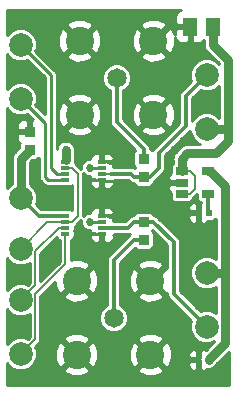
<source format=gbr>
G04 #@! TF.GenerationSoftware,KiCad,Pcbnew,5.0.2-bee76a0~70~ubuntu16.04.1*
G04 #@! TF.CreationDate,2019-01-24T21:22:35-05:00*
G04 #@! TF.ProjectId,pcb,7063622e-6b69-4636-9164-5f7063625858,v01*
G04 #@! TF.SameCoordinates,Original*
G04 #@! TF.FileFunction,Copper,L1,Top*
G04 #@! TF.FilePolarity,Positive*
%FSLAX46Y46*%
G04 Gerber Fmt 4.6, Leading zero omitted, Abs format (unit mm)*
G04 Created by KiCad (PCBNEW 5.0.2-bee76a0~70~ubuntu16.04.1) date Thu 24 Jan 2019 09:22:35 PM EST*
%MOMM*%
%LPD*%
G01*
G04 APERTURE LIST*
G04 #@! TA.AperFunction,ComponentPad*
%ADD10C,1.650000*%
G04 #@! TD*
G04 #@! TA.AperFunction,ComponentPad*
%ADD11C,2.400000*%
G04 #@! TD*
G04 #@! TA.AperFunction,ComponentPad*
%ADD12C,1.998980*%
G04 #@! TD*
G04 #@! TA.AperFunction,SMDPad,CuDef*
%ADD13R,0.800000X0.300000*%
G04 #@! TD*
G04 #@! TA.AperFunction,SMDPad,CuDef*
%ADD14R,1.060000X0.650000*%
G04 #@! TD*
G04 #@! TA.AperFunction,SMDPad,CuDef*
%ADD15R,0.930000X0.930000*%
G04 #@! TD*
G04 #@! TA.AperFunction,SMDPad,CuDef*
%ADD16R,1.300000X1.500000*%
G04 #@! TD*
G04 #@! TA.AperFunction,SMDPad,CuDef*
%ADD17R,0.540000X0.600000*%
G04 #@! TD*
G04 #@! TA.AperFunction,ViaPad*
%ADD18C,0.685800*%
G04 #@! TD*
G04 #@! TA.AperFunction,Conductor*
%ADD19C,0.355600*%
G04 #@! TD*
G04 #@! TA.AperFunction,Conductor*
%ADD20C,0.152400*%
G04 #@! TD*
G04 #@! TA.AperFunction,Conductor*
%ADD21C,0.254000*%
G04 #@! TD*
G04 #@! TA.AperFunction,Conductor*
%ADD22C,0.762000*%
G04 #@! TD*
G04 APERTURE END LIST*
D10*
G04 #@! TO.P,IN1,1*
G04 #@! TO.N,Net-(C1-Pad1)*
X108966000Y-106680000D03*
D11*
G04 #@! TO.P,IN1,2*
G04 #@! TO.N,GND*
X105836000Y-103550000D03*
G04 #@! TO.P,IN1,3*
X112096000Y-103550000D03*
G04 #@! TO.P,IN1,4*
X112096000Y-109810000D03*
G04 #@! TO.P,IN1,5*
X105836000Y-109810000D03*
G04 #@! TD*
G04 #@! TO.P,IN2,5*
G04 #@! TO.N,GND*
X106090000Y-89490000D03*
G04 #@! TO.P,IN2,4*
X112350000Y-89490000D03*
G04 #@! TO.P,IN2,3*
X112350000Y-83230000D03*
G04 #@! TO.P,IN2,2*
X106090000Y-83230000D03*
D10*
G04 #@! TO.P,IN2,1*
G04 #@! TO.N,Net-(C2-Pad1)*
X109220000Y-86360000D03*
G04 #@! TD*
D12*
G04 #@! TO.P,RF1,1*
G04 #@! TO.N,Net-(C1-Pad2)*
X116840000Y-107442000D03*
G04 #@! TD*
G04 #@! TO.P,RF2,1*
G04 #@! TO.N,Net-(C2-Pad2)*
X116840000Y-86106000D03*
G04 #@! TD*
G04 #@! TO.P,SDO1,1*
G04 #@! TO.N,Net-(J5-Pad1)*
X101092000Y-105156000D03*
G04 #@! TD*
G04 #@! TO.P,~CS1,1*
G04 #@! TO.N,Net-(J6-Pad1)*
X101092000Y-109728000D03*
G04 #@! TD*
G04 #@! TO.P,SDO2,1*
G04 #@! TO.N,Net-(J7-Pad1)*
X101092000Y-83566000D03*
G04 #@! TD*
G04 #@! TO.P,~CS2,1*
G04 #@! TO.N,Net-(J8-Pad1)*
X101092000Y-88138000D03*
G04 #@! TD*
G04 #@! TO.P,SCLK,1*
G04 #@! TO.N,Net-(J9-Pad1)*
X101092000Y-100838000D03*
G04 #@! TD*
D13*
G04 #@! TO.P,U1,1*
G04 #@! TO.N,VDD*
X104876000Y-98056000D03*
G04 #@! TO.P,U1,2*
G04 #@! TO.N,Net-(J9-Pad1)*
X104876000Y-98556000D03*
G04 #@! TO.P,U1,3*
G04 #@! TO.N,Net-(J5-Pad1)*
X104876000Y-99056000D03*
G04 #@! TO.P,U1,4*
G04 #@! TO.N,Net-(J6-Pad1)*
X104876000Y-99556000D03*
G04 #@! TO.P,U1,5*
G04 #@! TO.N,GND*
X107976000Y-99556000D03*
G04 #@! TO.P,U1,6*
G04 #@! TO.N,Net-(C1-Pad2)*
X107976000Y-99056000D03*
G04 #@! TO.P,U1,7*
G04 #@! TO.N,VAA*
X107976000Y-98556000D03*
G04 #@! TO.P,U1,8*
G04 #@! TO.N,GND*
X107976000Y-98056000D03*
G04 #@! TD*
G04 #@! TO.P,U2,8*
G04 #@! TO.N,GND*
X107976000Y-93484000D03*
G04 #@! TO.P,U2,7*
G04 #@! TO.N,VAA*
X107976000Y-93984000D03*
G04 #@! TO.P,U2,6*
G04 #@! TO.N,Net-(C2-Pad2)*
X107976000Y-94484000D03*
G04 #@! TO.P,U2,5*
G04 #@! TO.N,GND*
X107976000Y-94984000D03*
G04 #@! TO.P,U2,4*
G04 #@! TO.N,Net-(J8-Pad1)*
X104876000Y-94984000D03*
G04 #@! TO.P,U2,3*
G04 #@! TO.N,Net-(J7-Pad1)*
X104876000Y-94484000D03*
G04 #@! TO.P,U2,2*
G04 #@! TO.N,Net-(J9-Pad1)*
X104876000Y-93984000D03*
G04 #@! TO.P,U2,1*
G04 #@! TO.N,VDD*
X104876000Y-93484000D03*
G04 #@! TD*
D14*
G04 #@! TO.P,U3,1*
G04 #@! TO.N,Net-(C3-Pad1)*
X114724000Y-94300000D03*
G04 #@! TO.P,U3,2*
G04 #@! TO.N,GND*
X114724000Y-95250000D03*
G04 #@! TO.P,U3,3*
G04 #@! TO.N,Net-(C3-Pad1)*
X114724000Y-96200000D03*
G04 #@! TO.P,U3,4*
G04 #@! TO.N,Net-(C5-Pad1)*
X116924000Y-96200000D03*
G04 #@! TO.P,U3,5*
G04 #@! TO.N,VAA*
X116924000Y-94300000D03*
G04 #@! TD*
D15*
G04 #@! TO.P,C1,2*
G04 #@! TO.N,Net-(C1-Pad2)*
X111506000Y-98564000D03*
G04 #@! TO.P,C1,1*
G04 #@! TO.N,Net-(C1-Pad1)*
X111506000Y-100064000D03*
G04 #@! TD*
G04 #@! TO.P,C2,1*
G04 #@! TO.N,Net-(C2-Pad1)*
X111506000Y-93230000D03*
G04 #@! TO.P,C2,2*
G04 #@! TO.N,Net-(C2-Pad2)*
X111506000Y-94730000D03*
G04 #@! TD*
D16*
G04 #@! TO.P,C3,1*
G04 #@! TO.N,Net-(C3-Pad1)*
X117348000Y-82042000D03*
G04 #@! TO.P,C3,2*
G04 #@! TO.N,GND*
X115448000Y-82042000D03*
G04 #@! TD*
D15*
G04 #@! TO.P,C4,1*
G04 #@! TO.N,VDD*
X101854000Y-92444000D03*
G04 #@! TO.P,C4,2*
G04 #@! TO.N,GND*
X101854000Y-90944000D03*
G04 #@! TD*
D17*
G04 #@! TO.P,C5,1*
G04 #@! TO.N,Net-(C5-Pad1)*
X117016000Y-97790000D03*
G04 #@! TO.P,C5,2*
G04 #@! TO.N,GND*
X116156000Y-97790000D03*
G04 #@! TD*
G04 #@! TO.P,C6,1*
G04 #@! TO.N,VAA*
X117016000Y-110236000D03*
G04 #@! TO.P,C6,2*
G04 #@! TO.N,GND*
X116156000Y-110236000D03*
G04 #@! TD*
D12*
G04 #@! TO.P,AVIN,1*
G04 #@! TO.N,Net-(C3-Pad1)*
X116840000Y-90678000D03*
G04 #@! TD*
G04 #@! TO.P,DVDD,1*
G04 #@! TO.N,VDD*
X101092000Y-96520000D03*
G04 #@! TD*
G04 #@! TO.P,AVOUT,1*
G04 #@! TO.N,VAA*
X116840000Y-102870000D03*
G04 #@! TD*
D18*
G04 #@! TO.N,GND*
X110236000Y-88392000D03*
X108204000Y-88646000D03*
X110236000Y-89662000D03*
X108458000Y-90678000D03*
X109220000Y-91440000D03*
X112014000Y-91694000D03*
X108204000Y-89662000D03*
X108204000Y-87630000D03*
X109982000Y-92202000D03*
X110236000Y-93472000D03*
X109220000Y-93472000D03*
X112776000Y-100330000D03*
X113030000Y-101092000D03*
X113284000Y-102108000D03*
X114808000Y-99822000D03*
X115062000Y-101092000D03*
X115062000Y-102362000D03*
X115062000Y-103632000D03*
X115316000Y-104648000D03*
X116078000Y-105664000D03*
X115062000Y-107188000D03*
X114300000Y-106172000D03*
X113538000Y-105410000D03*
X113538000Y-93726000D03*
X114046000Y-92456000D03*
X114300000Y-90170000D03*
X114300000Y-88900000D03*
X114300000Y-87630000D03*
X115062000Y-86868000D03*
X116078000Y-88138000D03*
X115824000Y-89154000D03*
X114808000Y-91694000D03*
X115062000Y-97790000D03*
X113284000Y-95250000D03*
X109982000Y-101854000D03*
X109474000Y-100076000D03*
X108458000Y-100838000D03*
X108204000Y-102108000D03*
X108204000Y-103378000D03*
X108204000Y-104648000D03*
X109982000Y-105156000D03*
X109982000Y-103886000D03*
X109982000Y-102870000D03*
G04 #@! TO.N,VDD*
X104902000Y-92456000D03*
G04 #@! TO.N,GND*
X100330000Y-90932000D03*
X104140000Y-101346000D03*
X103886000Y-102108000D03*
X103124000Y-102870000D03*
X103124000Y-102108000D03*
X101600000Y-102616000D03*
X105156000Y-96012000D03*
X105156000Y-97028000D03*
X103124000Y-95758000D03*
X102362000Y-94742000D03*
X101600000Y-85598000D03*
X102616000Y-86360000D03*
X102870000Y-87630000D03*
X102870000Y-88900000D03*
X104648000Y-87376000D03*
X104648000Y-85852000D03*
X103886000Y-84836000D03*
X103124000Y-84074000D03*
X103378000Y-104902000D03*
X103378000Y-106172000D03*
X103378000Y-107442000D03*
X101600000Y-106934000D03*
X101600000Y-107950000D03*
X103378000Y-108712000D03*
X103124000Y-101346000D03*
X103886000Y-100584000D03*
X101600000Y-103378000D03*
G04 #@! TO.N,VAA*
X106934000Y-98552000D03*
X106934000Y-93980000D03*
G04 #@! TO.N,VDD*
X101092000Y-93980000D03*
G04 #@! TD*
D19*
G04 #@! TO.N,Net-(C1-Pad1)*
X110685400Y-100064000D02*
X111506000Y-100064000D01*
X108966000Y-101783400D02*
X110685400Y-100064000D01*
X108966000Y-106680000D02*
X108966000Y-101783400D01*
D20*
G04 #@! TO.N,GND*
X113194000Y-88646000D02*
X112350000Y-89490000D01*
D21*
X108115000Y-95123000D02*
X107976000Y-94984000D01*
X109156500Y-95123000D02*
X108115000Y-95123000D01*
X107976000Y-98056000D02*
X107976000Y-94984000D01*
D19*
G04 #@! TO.N,Net-(C2-Pad1)*
X109220000Y-87526726D02*
X109220000Y-86360000D01*
X109220000Y-90123400D02*
X109220000Y-87526726D01*
X111506000Y-92409400D02*
X109220000Y-90123400D01*
X111506000Y-93230000D02*
X111506000Y-92409400D01*
D22*
G04 #@! TO.N,VAA*
X117016000Y-110206000D02*
X117016000Y-110236000D01*
X118372891Y-108849109D02*
X117016000Y-110206000D01*
X117129000Y-94300000D02*
X116924000Y-94300000D01*
X118372891Y-95543891D02*
X117129000Y-94300000D01*
X118372891Y-102870000D02*
X116840000Y-102870000D01*
X118372891Y-108849109D02*
X118372891Y-102870000D01*
X118372891Y-102870000D02*
X118372891Y-95543891D01*
D21*
X106938000Y-98556000D02*
X106934000Y-98552000D01*
X107976000Y-98556000D02*
X106938000Y-98556000D01*
X106938000Y-93984000D02*
X106934000Y-93980000D01*
X107976000Y-93984000D02*
X106938000Y-93984000D01*
D20*
G04 #@! TO.N,Net-(J5-Pad1)*
X102091489Y-104156511D02*
X101092000Y-105156000D01*
X102320091Y-103927909D02*
X102091489Y-104156511D01*
X102320091Y-101059509D02*
X102320091Y-103927909D01*
X104323600Y-99056000D02*
X102320091Y-101059509D01*
X104876000Y-99056000D02*
X104323600Y-99056000D01*
G04 #@! TO.N,Net-(J6-Pad1)*
X102091489Y-108728511D02*
X101092000Y-109728000D01*
X102320091Y-104689909D02*
X102320091Y-108499909D01*
X102320091Y-108499909D02*
X102091489Y-108728511D01*
X104876000Y-102134000D02*
X102320091Y-104689909D01*
X104876000Y-99556000D02*
X104876000Y-102134000D01*
D21*
G04 #@! TO.N,Net-(J7-Pad1)*
X104876000Y-94484000D02*
X104144000Y-94484000D01*
X104144000Y-94484000D02*
X103632000Y-93972000D01*
X103632000Y-86106000D02*
X101092000Y-83566000D01*
X103632000Y-93972000D02*
X103632000Y-86106000D01*
D22*
G04 #@! TO.N,VDD*
X101092000Y-93206000D02*
X101854000Y-92444000D01*
X101092000Y-96520000D02*
X101092000Y-93980000D01*
X101092000Y-93980000D02*
X101092000Y-93206000D01*
X104902000Y-92456000D02*
X104902000Y-93300599D01*
D19*
X102628000Y-98056000D02*
X101092000Y-96520000D01*
X104876000Y-98056000D02*
X102628000Y-98056000D01*
G04 #@! TO.N,Net-(C1-Pad2)*
X110685400Y-98564000D02*
X110193400Y-99056000D01*
X108731600Y-99056000D02*
X107976000Y-99056000D01*
X110193400Y-99056000D02*
X108731600Y-99056000D01*
X111506000Y-98564000D02*
X110685400Y-98564000D01*
X112326600Y-98564000D02*
X111506000Y-98564000D01*
X114046000Y-100283400D02*
X112326600Y-98564000D01*
X114046000Y-104648000D02*
X116840000Y-107442000D01*
X114046000Y-100283400D02*
X114046000Y-104648000D01*
G04 #@! TO.N,Net-(C2-Pad2)*
X110439400Y-94484000D02*
X108731600Y-94484000D01*
X110685400Y-94730000D02*
X110439400Y-94484000D01*
X111506000Y-94730000D02*
X110685400Y-94730000D01*
X112026000Y-94730000D02*
X111506000Y-94730000D01*
X112776000Y-93980000D02*
X112026000Y-94730000D01*
X116840000Y-86106000D02*
X115062000Y-87884000D01*
X115062000Y-87884000D02*
X115062000Y-90424000D01*
X115062000Y-90424000D02*
X112776000Y-92710000D01*
X112776000Y-92710000D02*
X112776000Y-93980000D01*
D20*
X108731600Y-94484000D02*
X107976000Y-94484000D01*
D22*
G04 #@! TO.N,Net-(C3-Pad1)*
X115227000Y-92710000D02*
X114724000Y-93213000D01*
X117602000Y-92710000D02*
X115227000Y-92710000D01*
X114724000Y-93213000D02*
X114724000Y-94300000D01*
X117348000Y-82042000D02*
X117348000Y-83554000D01*
X117348000Y-83554000D02*
X118618000Y-84824000D01*
X118618000Y-91694000D02*
X117602000Y-92710000D01*
X116840000Y-90678000D02*
X118618000Y-90678000D01*
X118618000Y-90678000D02*
X118618000Y-91694000D01*
X118618000Y-84824000D02*
X118618000Y-90678000D01*
D20*
X115406400Y-94300000D02*
X114724000Y-94300000D01*
X114724000Y-96200000D02*
X115406400Y-96200000D01*
X115824000Y-95782400D02*
X115824000Y-94717600D01*
X115406400Y-96200000D02*
X115824000Y-95782400D01*
X115824000Y-94717600D02*
X115406400Y-94300000D01*
D19*
G04 #@! TO.N,Net-(C5-Pad1)*
X116924000Y-97698000D02*
X117016000Y-97790000D01*
X116924000Y-96200000D02*
X116924000Y-97698000D01*
D21*
G04 #@! TO.N,Net-(J8-Pad1)*
X104069250Y-94984000D02*
X104057250Y-94996000D01*
X104876000Y-94984000D02*
X104069250Y-94984000D01*
X104057250Y-94996000D02*
X103378000Y-94996000D01*
X103378000Y-94996000D02*
X103124000Y-94742000D01*
X103124000Y-90170000D02*
X101092000Y-88138000D01*
X103124000Y-94742000D02*
X103124000Y-90170000D01*
D20*
G04 #@! TO.N,Net-(J9-Pad1)*
X103374000Y-98556000D02*
X101092000Y-100838000D01*
X104876000Y-98556000D02*
X103374000Y-98556000D01*
X104876000Y-98556000D02*
X105428400Y-98556000D01*
X105428400Y-98556000D02*
X105918000Y-98066400D01*
X105918000Y-98066400D02*
X105918000Y-94473600D01*
X105428400Y-93984000D02*
X104876000Y-93984000D01*
X105918000Y-94473600D02*
X105428400Y-93984000D01*
G04 #@! TD*
D21*
G04 #@! TO.N,GND*
G36*
X106210100Y-98695993D02*
X106320307Y-98962056D01*
X106523944Y-99165693D01*
X106790007Y-99275900D01*
X106942570Y-99275900D01*
X106941000Y-99279691D01*
X106941000Y-99322250D01*
X107099750Y-99481000D01*
X107301784Y-99481000D01*
X107427341Y-99564894D01*
X107576000Y-99594464D01*
X107818728Y-99594464D01*
X107920965Y-99614800D01*
X108123000Y-99614800D01*
X108123000Y-99631000D01*
X108103000Y-99631000D01*
X108103000Y-100182250D01*
X108261750Y-100341000D01*
X108502310Y-100341000D01*
X108735699Y-100244327D01*
X108914327Y-100065698D01*
X109011000Y-99832309D01*
X109011000Y-99789750D01*
X108904252Y-99683002D01*
X109011000Y-99683002D01*
X109011000Y-99614800D01*
X110138365Y-99614800D01*
X110193400Y-99625747D01*
X110248435Y-99614800D01*
X110395702Y-99585507D01*
X110375509Y-99599000D01*
X110282528Y-99661128D01*
X110251354Y-99707783D01*
X108609787Y-101349352D01*
X108563129Y-101380528D01*
X108531954Y-101427185D01*
X108439622Y-101565368D01*
X108396253Y-101783400D01*
X108407201Y-101838440D01*
X108407200Y-105606098D01*
X108282856Y-105657603D01*
X107943603Y-105996856D01*
X107760000Y-106440112D01*
X107760000Y-106919888D01*
X107943603Y-107363144D01*
X108282856Y-107702397D01*
X108726112Y-107886000D01*
X109205888Y-107886000D01*
X109649144Y-107702397D01*
X109988397Y-107363144D01*
X110172000Y-106919888D01*
X110172000Y-106440112D01*
X109988397Y-105996856D01*
X109649144Y-105657603D01*
X109524800Y-105606098D01*
X109524800Y-104847175D01*
X110978430Y-104847175D01*
X111101565Y-105134788D01*
X111783734Y-105394707D01*
X112513443Y-105373786D01*
X113090435Y-105134788D01*
X113213570Y-104847175D01*
X112096000Y-103729605D01*
X110978430Y-104847175D01*
X109524800Y-104847175D01*
X109524800Y-103237734D01*
X110251293Y-103237734D01*
X110272214Y-103967443D01*
X110511212Y-104544435D01*
X110798825Y-104667570D01*
X111916395Y-103550000D01*
X110798825Y-102432430D01*
X110511212Y-102555565D01*
X110251293Y-103237734D01*
X109524800Y-103237734D01*
X109524800Y-102252825D01*
X110978430Y-102252825D01*
X112096000Y-103370395D01*
X113213570Y-102252825D01*
X113090435Y-101965212D01*
X112408266Y-101705293D01*
X111678557Y-101726214D01*
X111101565Y-101965212D01*
X110978430Y-102252825D01*
X109524800Y-102252825D01*
X109524800Y-102014861D01*
X110754163Y-100785500D01*
X110766314Y-100803686D01*
X110892341Y-100887894D01*
X111041000Y-100917464D01*
X111971000Y-100917464D01*
X112119659Y-100887894D01*
X112245686Y-100803686D01*
X112329894Y-100677659D01*
X112359464Y-100529000D01*
X112359464Y-99599000D01*
X112329894Y-99450341D01*
X112245686Y-99324314D01*
X112230250Y-99314000D01*
X112245686Y-99303686D01*
X112257838Y-99285499D01*
X113487200Y-100514863D01*
X113487201Y-102472685D01*
X113393175Y-102432430D01*
X112275605Y-103550000D01*
X113393175Y-104667570D01*
X113479731Y-104630513D01*
X113476253Y-104648000D01*
X113519622Y-104866032D01*
X113564944Y-104933861D01*
X113643129Y-105050872D01*
X113689787Y-105082048D01*
X115551956Y-106944219D01*
X115459510Y-107167404D01*
X115459510Y-107716596D01*
X115669677Y-108223985D01*
X116058015Y-108612323D01*
X116565404Y-108822490D01*
X117114596Y-108822490D01*
X117468450Y-108675919D01*
X116758120Y-109386250D01*
X116552310Y-109301000D01*
X116441750Y-109301000D01*
X116283000Y-109459750D01*
X116283000Y-109985160D01*
X116254000Y-110130953D01*
X116254000Y-110130957D01*
X116239073Y-110206000D01*
X116254000Y-110281043D01*
X116254000Y-110311048D01*
X116283000Y-110456841D01*
X116283000Y-111012250D01*
X116441750Y-111171000D01*
X116552310Y-111171000D01*
X116785699Y-111074327D01*
X116875120Y-110984905D01*
X117016000Y-111012928D01*
X117313317Y-110953788D01*
X117387385Y-110904297D01*
X117434659Y-110894894D01*
X117560686Y-110810686D01*
X117644894Y-110684659D01*
X117650078Y-110658598D01*
X117668292Y-110631338D01*
X118732301Y-109567330D01*
X118732301Y-112382300D01*
X99961700Y-112382300D01*
X99961700Y-110550008D01*
X100310015Y-110898323D01*
X100817404Y-111108490D01*
X101366596Y-111108490D01*
X101369770Y-111107175D01*
X104718430Y-111107175D01*
X104841565Y-111394788D01*
X105523734Y-111654707D01*
X106253443Y-111633786D01*
X106830435Y-111394788D01*
X106953570Y-111107175D01*
X110978430Y-111107175D01*
X111101565Y-111394788D01*
X111783734Y-111654707D01*
X112513443Y-111633786D01*
X113090435Y-111394788D01*
X113213570Y-111107175D01*
X112096000Y-109989605D01*
X110978430Y-111107175D01*
X106953570Y-111107175D01*
X105836000Y-109989605D01*
X104718430Y-111107175D01*
X101369770Y-111107175D01*
X101873985Y-110898323D01*
X102262323Y-110509985D01*
X102472490Y-110002596D01*
X102472490Y-109497734D01*
X103991293Y-109497734D01*
X104012214Y-110227443D01*
X104251212Y-110804435D01*
X104538825Y-110927570D01*
X105656395Y-109810000D01*
X106015605Y-109810000D01*
X107133175Y-110927570D01*
X107420788Y-110804435D01*
X107680707Y-110122266D01*
X107662802Y-109497734D01*
X110251293Y-109497734D01*
X110272214Y-110227443D01*
X110511212Y-110804435D01*
X110798825Y-110927570D01*
X111916395Y-109810000D01*
X112275605Y-109810000D01*
X113393175Y-110927570D01*
X113680788Y-110804435D01*
X113788496Y-110521750D01*
X115251000Y-110521750D01*
X115251000Y-110662309D01*
X115347673Y-110895698D01*
X115526301Y-111074327D01*
X115759690Y-111171000D01*
X115870250Y-111171000D01*
X116029000Y-111012250D01*
X116029000Y-110363000D01*
X115409750Y-110363000D01*
X115251000Y-110521750D01*
X113788496Y-110521750D01*
X113940707Y-110122266D01*
X113931746Y-109809691D01*
X115251000Y-109809691D01*
X115251000Y-109950250D01*
X115409750Y-110109000D01*
X116029000Y-110109000D01*
X116029000Y-109459750D01*
X115870250Y-109301000D01*
X115759690Y-109301000D01*
X115526301Y-109397673D01*
X115347673Y-109576302D01*
X115251000Y-109809691D01*
X113931746Y-109809691D01*
X113919786Y-109392557D01*
X113680788Y-108815565D01*
X113393175Y-108692430D01*
X112275605Y-109810000D01*
X111916395Y-109810000D01*
X110798825Y-108692430D01*
X110511212Y-108815565D01*
X110251293Y-109497734D01*
X107662802Y-109497734D01*
X107659786Y-109392557D01*
X107420788Y-108815565D01*
X107133175Y-108692430D01*
X106015605Y-109810000D01*
X105656395Y-109810000D01*
X104538825Y-108692430D01*
X104251212Y-108815565D01*
X103991293Y-109497734D01*
X102472490Y-109497734D01*
X102472490Y-109453404D01*
X102337960Y-109128619D01*
X102446619Y-109019960D01*
X102446621Y-109019957D01*
X102611537Y-108855041D01*
X102649714Y-108829532D01*
X102750764Y-108678300D01*
X102777291Y-108544939D01*
X102783678Y-108512825D01*
X104718430Y-108512825D01*
X105836000Y-109630395D01*
X106953570Y-108512825D01*
X110978430Y-108512825D01*
X112096000Y-109630395D01*
X113213570Y-108512825D01*
X113090435Y-108225212D01*
X112408266Y-107965293D01*
X111678557Y-107986214D01*
X111101565Y-108225212D01*
X110978430Y-108512825D01*
X106953570Y-108512825D01*
X106830435Y-108225212D01*
X106148266Y-107965293D01*
X105418557Y-107986214D01*
X104841565Y-108225212D01*
X104718430Y-108512825D01*
X102783678Y-108512825D01*
X102786248Y-108499910D01*
X102777291Y-108454880D01*
X102777291Y-104879287D01*
X102809403Y-104847175D01*
X104718430Y-104847175D01*
X104841565Y-105134788D01*
X105523734Y-105394707D01*
X106253443Y-105373786D01*
X106830435Y-105134788D01*
X106953570Y-104847175D01*
X105836000Y-103729605D01*
X104718430Y-104847175D01*
X102809403Y-104847175D01*
X104003209Y-103653369D01*
X104012214Y-103967443D01*
X104251212Y-104544435D01*
X104538825Y-104667570D01*
X105656395Y-103550000D01*
X106015605Y-103550000D01*
X107133175Y-104667570D01*
X107420788Y-104544435D01*
X107680707Y-103862266D01*
X107659786Y-103132557D01*
X107420788Y-102555565D01*
X107133175Y-102432430D01*
X106015605Y-103550000D01*
X105656395Y-103550000D01*
X105642253Y-103535858D01*
X105821858Y-103356253D01*
X105836000Y-103370395D01*
X106953570Y-102252825D01*
X106830435Y-101965212D01*
X106148266Y-101705293D01*
X105418557Y-101726214D01*
X105333200Y-101761570D01*
X105333200Y-100083086D01*
X105424659Y-100064894D01*
X105550686Y-99980686D01*
X105634894Y-99854659D01*
X105647805Y-99789750D01*
X106941000Y-99789750D01*
X106941000Y-99832309D01*
X107037673Y-100065698D01*
X107216301Y-100244327D01*
X107449690Y-100341000D01*
X107690250Y-100341000D01*
X107849000Y-100182250D01*
X107849000Y-99631000D01*
X107099750Y-99631000D01*
X106941000Y-99789750D01*
X105647805Y-99789750D01*
X105664464Y-99706000D01*
X105664464Y-99406000D01*
X105644573Y-99306000D01*
X105664464Y-99206000D01*
X105664464Y-98948137D01*
X105758023Y-98885623D01*
X105783532Y-98847446D01*
X106209449Y-98421530D01*
X106210100Y-98421095D01*
X106210100Y-98695993D01*
X106210100Y-98695993D01*
G37*
X106210100Y-98695993D02*
X106320307Y-98962056D01*
X106523944Y-99165693D01*
X106790007Y-99275900D01*
X106942570Y-99275900D01*
X106941000Y-99279691D01*
X106941000Y-99322250D01*
X107099750Y-99481000D01*
X107301784Y-99481000D01*
X107427341Y-99564894D01*
X107576000Y-99594464D01*
X107818728Y-99594464D01*
X107920965Y-99614800D01*
X108123000Y-99614800D01*
X108123000Y-99631000D01*
X108103000Y-99631000D01*
X108103000Y-100182250D01*
X108261750Y-100341000D01*
X108502310Y-100341000D01*
X108735699Y-100244327D01*
X108914327Y-100065698D01*
X109011000Y-99832309D01*
X109011000Y-99789750D01*
X108904252Y-99683002D01*
X109011000Y-99683002D01*
X109011000Y-99614800D01*
X110138365Y-99614800D01*
X110193400Y-99625747D01*
X110248435Y-99614800D01*
X110395702Y-99585507D01*
X110375509Y-99599000D01*
X110282528Y-99661128D01*
X110251354Y-99707783D01*
X108609787Y-101349352D01*
X108563129Y-101380528D01*
X108531954Y-101427185D01*
X108439622Y-101565368D01*
X108396253Y-101783400D01*
X108407201Y-101838440D01*
X108407200Y-105606098D01*
X108282856Y-105657603D01*
X107943603Y-105996856D01*
X107760000Y-106440112D01*
X107760000Y-106919888D01*
X107943603Y-107363144D01*
X108282856Y-107702397D01*
X108726112Y-107886000D01*
X109205888Y-107886000D01*
X109649144Y-107702397D01*
X109988397Y-107363144D01*
X110172000Y-106919888D01*
X110172000Y-106440112D01*
X109988397Y-105996856D01*
X109649144Y-105657603D01*
X109524800Y-105606098D01*
X109524800Y-104847175D01*
X110978430Y-104847175D01*
X111101565Y-105134788D01*
X111783734Y-105394707D01*
X112513443Y-105373786D01*
X113090435Y-105134788D01*
X113213570Y-104847175D01*
X112096000Y-103729605D01*
X110978430Y-104847175D01*
X109524800Y-104847175D01*
X109524800Y-103237734D01*
X110251293Y-103237734D01*
X110272214Y-103967443D01*
X110511212Y-104544435D01*
X110798825Y-104667570D01*
X111916395Y-103550000D01*
X110798825Y-102432430D01*
X110511212Y-102555565D01*
X110251293Y-103237734D01*
X109524800Y-103237734D01*
X109524800Y-102252825D01*
X110978430Y-102252825D01*
X112096000Y-103370395D01*
X113213570Y-102252825D01*
X113090435Y-101965212D01*
X112408266Y-101705293D01*
X111678557Y-101726214D01*
X111101565Y-101965212D01*
X110978430Y-102252825D01*
X109524800Y-102252825D01*
X109524800Y-102014861D01*
X110754163Y-100785500D01*
X110766314Y-100803686D01*
X110892341Y-100887894D01*
X111041000Y-100917464D01*
X111971000Y-100917464D01*
X112119659Y-100887894D01*
X112245686Y-100803686D01*
X112329894Y-100677659D01*
X112359464Y-100529000D01*
X112359464Y-99599000D01*
X112329894Y-99450341D01*
X112245686Y-99324314D01*
X112230250Y-99314000D01*
X112245686Y-99303686D01*
X112257838Y-99285499D01*
X113487200Y-100514863D01*
X113487201Y-102472685D01*
X113393175Y-102432430D01*
X112275605Y-103550000D01*
X113393175Y-104667570D01*
X113479731Y-104630513D01*
X113476253Y-104648000D01*
X113519622Y-104866032D01*
X113564944Y-104933861D01*
X113643129Y-105050872D01*
X113689787Y-105082048D01*
X115551956Y-106944219D01*
X115459510Y-107167404D01*
X115459510Y-107716596D01*
X115669677Y-108223985D01*
X116058015Y-108612323D01*
X116565404Y-108822490D01*
X117114596Y-108822490D01*
X117468450Y-108675919D01*
X116758120Y-109386250D01*
X116552310Y-109301000D01*
X116441750Y-109301000D01*
X116283000Y-109459750D01*
X116283000Y-109985160D01*
X116254000Y-110130953D01*
X116254000Y-110130957D01*
X116239073Y-110206000D01*
X116254000Y-110281043D01*
X116254000Y-110311048D01*
X116283000Y-110456841D01*
X116283000Y-111012250D01*
X116441750Y-111171000D01*
X116552310Y-111171000D01*
X116785699Y-111074327D01*
X116875120Y-110984905D01*
X117016000Y-111012928D01*
X117313317Y-110953788D01*
X117387385Y-110904297D01*
X117434659Y-110894894D01*
X117560686Y-110810686D01*
X117644894Y-110684659D01*
X117650078Y-110658598D01*
X117668292Y-110631338D01*
X118732301Y-109567330D01*
X118732301Y-112382300D01*
X99961700Y-112382300D01*
X99961700Y-110550008D01*
X100310015Y-110898323D01*
X100817404Y-111108490D01*
X101366596Y-111108490D01*
X101369770Y-111107175D01*
X104718430Y-111107175D01*
X104841565Y-111394788D01*
X105523734Y-111654707D01*
X106253443Y-111633786D01*
X106830435Y-111394788D01*
X106953570Y-111107175D01*
X110978430Y-111107175D01*
X111101565Y-111394788D01*
X111783734Y-111654707D01*
X112513443Y-111633786D01*
X113090435Y-111394788D01*
X113213570Y-111107175D01*
X112096000Y-109989605D01*
X110978430Y-111107175D01*
X106953570Y-111107175D01*
X105836000Y-109989605D01*
X104718430Y-111107175D01*
X101369770Y-111107175D01*
X101873985Y-110898323D01*
X102262323Y-110509985D01*
X102472490Y-110002596D01*
X102472490Y-109497734D01*
X103991293Y-109497734D01*
X104012214Y-110227443D01*
X104251212Y-110804435D01*
X104538825Y-110927570D01*
X105656395Y-109810000D01*
X106015605Y-109810000D01*
X107133175Y-110927570D01*
X107420788Y-110804435D01*
X107680707Y-110122266D01*
X107662802Y-109497734D01*
X110251293Y-109497734D01*
X110272214Y-110227443D01*
X110511212Y-110804435D01*
X110798825Y-110927570D01*
X111916395Y-109810000D01*
X112275605Y-109810000D01*
X113393175Y-110927570D01*
X113680788Y-110804435D01*
X113788496Y-110521750D01*
X115251000Y-110521750D01*
X115251000Y-110662309D01*
X115347673Y-110895698D01*
X115526301Y-111074327D01*
X115759690Y-111171000D01*
X115870250Y-111171000D01*
X116029000Y-111012250D01*
X116029000Y-110363000D01*
X115409750Y-110363000D01*
X115251000Y-110521750D01*
X113788496Y-110521750D01*
X113940707Y-110122266D01*
X113931746Y-109809691D01*
X115251000Y-109809691D01*
X115251000Y-109950250D01*
X115409750Y-110109000D01*
X116029000Y-110109000D01*
X116029000Y-109459750D01*
X115870250Y-109301000D01*
X115759690Y-109301000D01*
X115526301Y-109397673D01*
X115347673Y-109576302D01*
X115251000Y-109809691D01*
X113931746Y-109809691D01*
X113919786Y-109392557D01*
X113680788Y-108815565D01*
X113393175Y-108692430D01*
X112275605Y-109810000D01*
X111916395Y-109810000D01*
X110798825Y-108692430D01*
X110511212Y-108815565D01*
X110251293Y-109497734D01*
X107662802Y-109497734D01*
X107659786Y-109392557D01*
X107420788Y-108815565D01*
X107133175Y-108692430D01*
X106015605Y-109810000D01*
X105656395Y-109810000D01*
X104538825Y-108692430D01*
X104251212Y-108815565D01*
X103991293Y-109497734D01*
X102472490Y-109497734D01*
X102472490Y-109453404D01*
X102337960Y-109128619D01*
X102446619Y-109019960D01*
X102446621Y-109019957D01*
X102611537Y-108855041D01*
X102649714Y-108829532D01*
X102750764Y-108678300D01*
X102777291Y-108544939D01*
X102783678Y-108512825D01*
X104718430Y-108512825D01*
X105836000Y-109630395D01*
X106953570Y-108512825D01*
X110978430Y-108512825D01*
X112096000Y-109630395D01*
X113213570Y-108512825D01*
X113090435Y-108225212D01*
X112408266Y-107965293D01*
X111678557Y-107986214D01*
X111101565Y-108225212D01*
X110978430Y-108512825D01*
X106953570Y-108512825D01*
X106830435Y-108225212D01*
X106148266Y-107965293D01*
X105418557Y-107986214D01*
X104841565Y-108225212D01*
X104718430Y-108512825D01*
X102783678Y-108512825D01*
X102786248Y-108499910D01*
X102777291Y-108454880D01*
X102777291Y-104879287D01*
X102809403Y-104847175D01*
X104718430Y-104847175D01*
X104841565Y-105134788D01*
X105523734Y-105394707D01*
X106253443Y-105373786D01*
X106830435Y-105134788D01*
X106953570Y-104847175D01*
X105836000Y-103729605D01*
X104718430Y-104847175D01*
X102809403Y-104847175D01*
X104003209Y-103653369D01*
X104012214Y-103967443D01*
X104251212Y-104544435D01*
X104538825Y-104667570D01*
X105656395Y-103550000D01*
X106015605Y-103550000D01*
X107133175Y-104667570D01*
X107420788Y-104544435D01*
X107680707Y-103862266D01*
X107659786Y-103132557D01*
X107420788Y-102555565D01*
X107133175Y-102432430D01*
X106015605Y-103550000D01*
X105656395Y-103550000D01*
X105642253Y-103535858D01*
X105821858Y-103356253D01*
X105836000Y-103370395D01*
X106953570Y-102252825D01*
X106830435Y-101965212D01*
X106148266Y-101705293D01*
X105418557Y-101726214D01*
X105333200Y-101761570D01*
X105333200Y-100083086D01*
X105424659Y-100064894D01*
X105550686Y-99980686D01*
X105634894Y-99854659D01*
X105647805Y-99789750D01*
X106941000Y-99789750D01*
X106941000Y-99832309D01*
X107037673Y-100065698D01*
X107216301Y-100244327D01*
X107449690Y-100341000D01*
X107690250Y-100341000D01*
X107849000Y-100182250D01*
X107849000Y-99631000D01*
X107099750Y-99631000D01*
X106941000Y-99789750D01*
X105647805Y-99789750D01*
X105664464Y-99706000D01*
X105664464Y-99406000D01*
X105644573Y-99306000D01*
X105664464Y-99206000D01*
X105664464Y-98948137D01*
X105758023Y-98885623D01*
X105783532Y-98847446D01*
X106209449Y-98421530D01*
X106210100Y-98421095D01*
X106210100Y-98695993D01*
G36*
X100310015Y-106326323D02*
X100817404Y-106536490D01*
X101366596Y-106536490D01*
X101862891Y-106330918D01*
X101862892Y-108310530D01*
X101800043Y-108373379D01*
X101800040Y-108373381D01*
X101691381Y-108482040D01*
X101366596Y-108347510D01*
X100817404Y-108347510D01*
X100310015Y-108557677D01*
X99961700Y-108905992D01*
X99961700Y-105978008D01*
X100310015Y-106326323D01*
X100310015Y-106326323D01*
G37*
X100310015Y-106326323D02*
X100817404Y-106536490D01*
X101366596Y-106536490D01*
X101862891Y-106330918D01*
X101862892Y-108310530D01*
X101800043Y-108373379D01*
X101800040Y-108373381D01*
X101691381Y-108482040D01*
X101366596Y-108347510D01*
X100817404Y-108347510D01*
X100310015Y-108557677D01*
X99961700Y-108905992D01*
X99961700Y-105978008D01*
X100310015Y-106326323D01*
G36*
X115459510Y-90952596D02*
X115669677Y-91459985D01*
X116058015Y-91848323D01*
X116298657Y-91948000D01*
X115302042Y-91948000D01*
X115226999Y-91933073D01*
X115151956Y-91948000D01*
X115151952Y-91948000D01*
X114929683Y-91992212D01*
X114929682Y-91992213D01*
X114929681Y-91992213D01*
X114849267Y-92045944D01*
X114677629Y-92160629D01*
X114635118Y-92224251D01*
X114238253Y-92621117D01*
X114174629Y-92663629D01*
X114006212Y-92915684D01*
X113962000Y-93137953D01*
X113962000Y-93137957D01*
X113947073Y-93213000D01*
X113962000Y-93288044D01*
X113962000Y-93671792D01*
X113919314Y-93700314D01*
X113835106Y-93826341D01*
X113805536Y-93975000D01*
X113805536Y-94415439D01*
X113655673Y-94565301D01*
X113559000Y-94798690D01*
X113559000Y-94964250D01*
X113717750Y-95123000D01*
X114597000Y-95123000D01*
X114597000Y-95103000D01*
X114851000Y-95103000D01*
X114851000Y-95123000D01*
X114871000Y-95123000D01*
X114871000Y-95377000D01*
X114851000Y-95377000D01*
X114851000Y-95397000D01*
X114597000Y-95397000D01*
X114597000Y-95377000D01*
X113717750Y-95377000D01*
X113559000Y-95535750D01*
X113559000Y-95701310D01*
X113655673Y-95934699D01*
X113805536Y-96084561D01*
X113805536Y-96525000D01*
X113835106Y-96673659D01*
X113919314Y-96799686D01*
X114045341Y-96883894D01*
X114194000Y-96913464D01*
X115254000Y-96913464D01*
X115402659Y-96883894D01*
X115528686Y-96799686D01*
X115612894Y-96673659D01*
X115627063Y-96602428D01*
X115736023Y-96529623D01*
X115761532Y-96491446D01*
X116005536Y-96247442D01*
X116005536Y-96525000D01*
X116035106Y-96673659D01*
X116119314Y-96799686D01*
X116245341Y-96883894D01*
X116365200Y-96907735D01*
X116365200Y-96931550D01*
X116283000Y-97013750D01*
X116283000Y-97663000D01*
X116303000Y-97663000D01*
X116303000Y-97917000D01*
X116283000Y-97917000D01*
X116283000Y-98566250D01*
X116441750Y-98725000D01*
X116552310Y-98725000D01*
X116785699Y-98628327D01*
X116935561Y-98478464D01*
X117286000Y-98478464D01*
X117434659Y-98448894D01*
X117560686Y-98364686D01*
X117610892Y-98289547D01*
X117610891Y-101695082D01*
X117114596Y-101489510D01*
X116565404Y-101489510D01*
X116058015Y-101699677D01*
X115669677Y-102088015D01*
X115459510Y-102595404D01*
X115459510Y-103144596D01*
X115669677Y-103651985D01*
X116058015Y-104040323D01*
X116565404Y-104250490D01*
X117114596Y-104250490D01*
X117610892Y-104044918D01*
X117610891Y-106267082D01*
X117114596Y-106061510D01*
X116565404Y-106061510D01*
X116342219Y-106153956D01*
X114604800Y-104416539D01*
X114604800Y-100338435D01*
X114615747Y-100283400D01*
X114572378Y-100065367D01*
X114480047Y-99927184D01*
X114480046Y-99927183D01*
X114448872Y-99880528D01*
X114402217Y-99849354D01*
X112760650Y-98207789D01*
X112729472Y-98161128D01*
X112601696Y-98075750D01*
X115251000Y-98075750D01*
X115251000Y-98216309D01*
X115347673Y-98449698D01*
X115526301Y-98628327D01*
X115759690Y-98725000D01*
X115870250Y-98725000D01*
X116029000Y-98566250D01*
X116029000Y-97917000D01*
X115409750Y-97917000D01*
X115251000Y-98075750D01*
X112601696Y-98075750D01*
X112544633Y-98037622D01*
X112381635Y-98005200D01*
X112339124Y-97996744D01*
X112329894Y-97950341D01*
X112245686Y-97824314D01*
X112119659Y-97740106D01*
X111971000Y-97710536D01*
X111041000Y-97710536D01*
X110892341Y-97740106D01*
X110766314Y-97824314D01*
X110682106Y-97950341D01*
X110672876Y-97996745D01*
X110630368Y-98005200D01*
X110630365Y-98005200D01*
X110467367Y-98037622D01*
X110282528Y-98161128D01*
X110251352Y-98207786D01*
X109961939Y-98497200D01*
X108942700Y-98497200D01*
X109011000Y-98332309D01*
X109011000Y-98289750D01*
X108852250Y-98131000D01*
X108650216Y-98131000D01*
X108524659Y-98047106D01*
X108376000Y-98017536D01*
X107829000Y-98017536D01*
X107829000Y-97981000D01*
X107849000Y-97981000D01*
X107849000Y-97429750D01*
X108103000Y-97429750D01*
X108103000Y-97981000D01*
X108852250Y-97981000D01*
X109011000Y-97822250D01*
X109011000Y-97779691D01*
X108914327Y-97546302D01*
X108735699Y-97367673D01*
X108726086Y-97363691D01*
X115251000Y-97363691D01*
X115251000Y-97504250D01*
X115409750Y-97663000D01*
X116029000Y-97663000D01*
X116029000Y-97013750D01*
X115870250Y-96855000D01*
X115759690Y-96855000D01*
X115526301Y-96951673D01*
X115347673Y-97130302D01*
X115251000Y-97363691D01*
X108726086Y-97363691D01*
X108502310Y-97271000D01*
X108261750Y-97271000D01*
X108103000Y-97429750D01*
X107849000Y-97429750D01*
X107690250Y-97271000D01*
X107449690Y-97271000D01*
X107216301Y-97367673D01*
X107037673Y-97546302D01*
X106941000Y-97779691D01*
X106941000Y-97822250D01*
X106946850Y-97828100D01*
X106790007Y-97828100D01*
X106523944Y-97938307D01*
X106381253Y-98080998D01*
X106384157Y-98066400D01*
X106375200Y-98021370D01*
X106375200Y-95217750D01*
X106941000Y-95217750D01*
X106941000Y-95260309D01*
X107037673Y-95493698D01*
X107216301Y-95672327D01*
X107449690Y-95769000D01*
X107690250Y-95769000D01*
X107849000Y-95610250D01*
X107849000Y-95059000D01*
X107099750Y-95059000D01*
X106941000Y-95217750D01*
X106375200Y-95217750D01*
X106375200Y-94518630D01*
X106384157Y-94473600D01*
X106379267Y-94449016D01*
X106523944Y-94593693D01*
X106790007Y-94703900D01*
X106942570Y-94703900D01*
X106941000Y-94707691D01*
X106941000Y-94750250D01*
X107099750Y-94909000D01*
X107301784Y-94909000D01*
X107427341Y-94992894D01*
X107576000Y-95022464D01*
X108123000Y-95022464D01*
X108123000Y-95059000D01*
X108103000Y-95059000D01*
X108103000Y-95610250D01*
X108261750Y-95769000D01*
X108502310Y-95769000D01*
X108735699Y-95672327D01*
X108914327Y-95493698D01*
X109011000Y-95260309D01*
X109011000Y-95217750D01*
X108904252Y-95111002D01*
X109011000Y-95111002D01*
X109011000Y-95042800D01*
X110207938Y-95042800D01*
X110251351Y-95086213D01*
X110282528Y-95132872D01*
X110452693Y-95246573D01*
X110467367Y-95256378D01*
X110672876Y-95297256D01*
X110682106Y-95343659D01*
X110766314Y-95469686D01*
X110892341Y-95553894D01*
X111041000Y-95583464D01*
X111971000Y-95583464D01*
X112119659Y-95553894D01*
X112245686Y-95469686D01*
X112329894Y-95343659D01*
X112359464Y-95195000D01*
X112359464Y-95179249D01*
X112428872Y-95132872D01*
X112460050Y-95086211D01*
X113132214Y-94414048D01*
X113178872Y-94382872D01*
X113302378Y-94198033D01*
X113334800Y-94035035D01*
X113334800Y-94035031D01*
X113345746Y-93980001D01*
X113334800Y-93924971D01*
X113334800Y-92941461D01*
X115418214Y-90858048D01*
X115459510Y-90830455D01*
X115459510Y-90952596D01*
X115459510Y-90952596D01*
G37*
X115459510Y-90952596D02*
X115669677Y-91459985D01*
X116058015Y-91848323D01*
X116298657Y-91948000D01*
X115302042Y-91948000D01*
X115226999Y-91933073D01*
X115151956Y-91948000D01*
X115151952Y-91948000D01*
X114929683Y-91992212D01*
X114929682Y-91992213D01*
X114929681Y-91992213D01*
X114849267Y-92045944D01*
X114677629Y-92160629D01*
X114635118Y-92224251D01*
X114238253Y-92621117D01*
X114174629Y-92663629D01*
X114006212Y-92915684D01*
X113962000Y-93137953D01*
X113962000Y-93137957D01*
X113947073Y-93213000D01*
X113962000Y-93288044D01*
X113962000Y-93671792D01*
X113919314Y-93700314D01*
X113835106Y-93826341D01*
X113805536Y-93975000D01*
X113805536Y-94415439D01*
X113655673Y-94565301D01*
X113559000Y-94798690D01*
X113559000Y-94964250D01*
X113717750Y-95123000D01*
X114597000Y-95123000D01*
X114597000Y-95103000D01*
X114851000Y-95103000D01*
X114851000Y-95123000D01*
X114871000Y-95123000D01*
X114871000Y-95377000D01*
X114851000Y-95377000D01*
X114851000Y-95397000D01*
X114597000Y-95397000D01*
X114597000Y-95377000D01*
X113717750Y-95377000D01*
X113559000Y-95535750D01*
X113559000Y-95701310D01*
X113655673Y-95934699D01*
X113805536Y-96084561D01*
X113805536Y-96525000D01*
X113835106Y-96673659D01*
X113919314Y-96799686D01*
X114045341Y-96883894D01*
X114194000Y-96913464D01*
X115254000Y-96913464D01*
X115402659Y-96883894D01*
X115528686Y-96799686D01*
X115612894Y-96673659D01*
X115627063Y-96602428D01*
X115736023Y-96529623D01*
X115761532Y-96491446D01*
X116005536Y-96247442D01*
X116005536Y-96525000D01*
X116035106Y-96673659D01*
X116119314Y-96799686D01*
X116245341Y-96883894D01*
X116365200Y-96907735D01*
X116365200Y-96931550D01*
X116283000Y-97013750D01*
X116283000Y-97663000D01*
X116303000Y-97663000D01*
X116303000Y-97917000D01*
X116283000Y-97917000D01*
X116283000Y-98566250D01*
X116441750Y-98725000D01*
X116552310Y-98725000D01*
X116785699Y-98628327D01*
X116935561Y-98478464D01*
X117286000Y-98478464D01*
X117434659Y-98448894D01*
X117560686Y-98364686D01*
X117610892Y-98289547D01*
X117610891Y-101695082D01*
X117114596Y-101489510D01*
X116565404Y-101489510D01*
X116058015Y-101699677D01*
X115669677Y-102088015D01*
X115459510Y-102595404D01*
X115459510Y-103144596D01*
X115669677Y-103651985D01*
X116058015Y-104040323D01*
X116565404Y-104250490D01*
X117114596Y-104250490D01*
X117610892Y-104044918D01*
X117610891Y-106267082D01*
X117114596Y-106061510D01*
X116565404Y-106061510D01*
X116342219Y-106153956D01*
X114604800Y-104416539D01*
X114604800Y-100338435D01*
X114615747Y-100283400D01*
X114572378Y-100065367D01*
X114480047Y-99927184D01*
X114480046Y-99927183D01*
X114448872Y-99880528D01*
X114402217Y-99849354D01*
X112760650Y-98207789D01*
X112729472Y-98161128D01*
X112601696Y-98075750D01*
X115251000Y-98075750D01*
X115251000Y-98216309D01*
X115347673Y-98449698D01*
X115526301Y-98628327D01*
X115759690Y-98725000D01*
X115870250Y-98725000D01*
X116029000Y-98566250D01*
X116029000Y-97917000D01*
X115409750Y-97917000D01*
X115251000Y-98075750D01*
X112601696Y-98075750D01*
X112544633Y-98037622D01*
X112381635Y-98005200D01*
X112339124Y-97996744D01*
X112329894Y-97950341D01*
X112245686Y-97824314D01*
X112119659Y-97740106D01*
X111971000Y-97710536D01*
X111041000Y-97710536D01*
X110892341Y-97740106D01*
X110766314Y-97824314D01*
X110682106Y-97950341D01*
X110672876Y-97996745D01*
X110630368Y-98005200D01*
X110630365Y-98005200D01*
X110467367Y-98037622D01*
X110282528Y-98161128D01*
X110251352Y-98207786D01*
X109961939Y-98497200D01*
X108942700Y-98497200D01*
X109011000Y-98332309D01*
X109011000Y-98289750D01*
X108852250Y-98131000D01*
X108650216Y-98131000D01*
X108524659Y-98047106D01*
X108376000Y-98017536D01*
X107829000Y-98017536D01*
X107829000Y-97981000D01*
X107849000Y-97981000D01*
X107849000Y-97429750D01*
X108103000Y-97429750D01*
X108103000Y-97981000D01*
X108852250Y-97981000D01*
X109011000Y-97822250D01*
X109011000Y-97779691D01*
X108914327Y-97546302D01*
X108735699Y-97367673D01*
X108726086Y-97363691D01*
X115251000Y-97363691D01*
X115251000Y-97504250D01*
X115409750Y-97663000D01*
X116029000Y-97663000D01*
X116029000Y-97013750D01*
X115870250Y-96855000D01*
X115759690Y-96855000D01*
X115526301Y-96951673D01*
X115347673Y-97130302D01*
X115251000Y-97363691D01*
X108726086Y-97363691D01*
X108502310Y-97271000D01*
X108261750Y-97271000D01*
X108103000Y-97429750D01*
X107849000Y-97429750D01*
X107690250Y-97271000D01*
X107449690Y-97271000D01*
X107216301Y-97367673D01*
X107037673Y-97546302D01*
X106941000Y-97779691D01*
X106941000Y-97822250D01*
X106946850Y-97828100D01*
X106790007Y-97828100D01*
X106523944Y-97938307D01*
X106381253Y-98080998D01*
X106384157Y-98066400D01*
X106375200Y-98021370D01*
X106375200Y-95217750D01*
X106941000Y-95217750D01*
X106941000Y-95260309D01*
X107037673Y-95493698D01*
X107216301Y-95672327D01*
X107449690Y-95769000D01*
X107690250Y-95769000D01*
X107849000Y-95610250D01*
X107849000Y-95059000D01*
X107099750Y-95059000D01*
X106941000Y-95217750D01*
X106375200Y-95217750D01*
X106375200Y-94518630D01*
X106384157Y-94473600D01*
X106379267Y-94449016D01*
X106523944Y-94593693D01*
X106790007Y-94703900D01*
X106942570Y-94703900D01*
X106941000Y-94707691D01*
X106941000Y-94750250D01*
X107099750Y-94909000D01*
X107301784Y-94909000D01*
X107427341Y-94992894D01*
X107576000Y-95022464D01*
X108123000Y-95022464D01*
X108123000Y-95059000D01*
X108103000Y-95059000D01*
X108103000Y-95610250D01*
X108261750Y-95769000D01*
X108502310Y-95769000D01*
X108735699Y-95672327D01*
X108914327Y-95493698D01*
X109011000Y-95260309D01*
X109011000Y-95217750D01*
X108904252Y-95111002D01*
X109011000Y-95111002D01*
X109011000Y-95042800D01*
X110207938Y-95042800D01*
X110251351Y-95086213D01*
X110282528Y-95132872D01*
X110452693Y-95246573D01*
X110467367Y-95256378D01*
X110672876Y-95297256D01*
X110682106Y-95343659D01*
X110766314Y-95469686D01*
X110892341Y-95553894D01*
X111041000Y-95583464D01*
X111971000Y-95583464D01*
X112119659Y-95553894D01*
X112245686Y-95469686D01*
X112329894Y-95343659D01*
X112359464Y-95195000D01*
X112359464Y-95179249D01*
X112428872Y-95132872D01*
X112460050Y-95086211D01*
X113132214Y-94414048D01*
X113178872Y-94382872D01*
X113302378Y-94198033D01*
X113334800Y-94035035D01*
X113334800Y-94035031D01*
X113345746Y-93980001D01*
X113334800Y-93924971D01*
X113334800Y-92941461D01*
X115418214Y-90858048D01*
X115459510Y-90830455D01*
X115459510Y-90952596D01*
G36*
X100310015Y-102008323D02*
X100817404Y-102218490D01*
X101366596Y-102218490D01*
X101862891Y-102012918D01*
X101862892Y-103738530D01*
X101800043Y-103801379D01*
X101800040Y-103801381D01*
X101691381Y-103910040D01*
X101366596Y-103775510D01*
X100817404Y-103775510D01*
X100310015Y-103985677D01*
X99961700Y-104333992D01*
X99961700Y-101660008D01*
X100310015Y-102008323D01*
X100310015Y-102008323D01*
G37*
X100310015Y-102008323D02*
X100817404Y-102218490D01*
X101366596Y-102218490D01*
X101862891Y-102012918D01*
X101862892Y-103738530D01*
X101800043Y-103801379D01*
X101800040Y-103801381D01*
X101691381Y-103910040D01*
X101366596Y-103775510D01*
X100817404Y-103775510D01*
X100310015Y-103985677D01*
X99961700Y-104333992D01*
X99961700Y-101660008D01*
X100310015Y-102008323D01*
G36*
X104201314Y-99980686D02*
X104327341Y-100064894D01*
X104418800Y-100083086D01*
X104418801Y-101944620D01*
X102777291Y-103586131D01*
X102777291Y-101248887D01*
X104138901Y-99887277D01*
X104201314Y-99980686D01*
X104201314Y-99980686D01*
G37*
X104201314Y-99980686D02*
X104327341Y-100064894D01*
X104418800Y-100083086D01*
X104418801Y-101944620D01*
X102777291Y-103586131D01*
X102777291Y-101248887D01*
X104138901Y-99887277D01*
X104201314Y-99980686D01*
G36*
X102616000Y-94691972D02*
X102606049Y-94742000D01*
X102616000Y-94792028D01*
X102616000Y-94792031D01*
X102645475Y-94940211D01*
X102757753Y-95108247D01*
X102800168Y-95136588D01*
X102983412Y-95319832D01*
X103011753Y-95362247D01*
X103054168Y-95390588D01*
X103109066Y-95427270D01*
X103179788Y-95474525D01*
X103327968Y-95504000D01*
X103327971Y-95504000D01*
X103377999Y-95513951D01*
X103428027Y-95504000D01*
X104007222Y-95504000D01*
X104057250Y-95513951D01*
X104107278Y-95504000D01*
X104107282Y-95504000D01*
X104167610Y-95492000D01*
X104326003Y-95492000D01*
X104327341Y-95492894D01*
X104476000Y-95522464D01*
X105276000Y-95522464D01*
X105424659Y-95492894D01*
X105460801Y-95468745D01*
X105460800Y-97571255D01*
X105424659Y-97547106D01*
X105276000Y-97517536D01*
X105033272Y-97517536D01*
X104931035Y-97497200D01*
X102859462Y-97497200D01*
X102380044Y-97017782D01*
X102472490Y-96794596D01*
X102472490Y-96245404D01*
X102262323Y-95738015D01*
X101873985Y-95349677D01*
X101854000Y-95341399D01*
X101854000Y-93521630D01*
X102078167Y-93297464D01*
X102319000Y-93297464D01*
X102467659Y-93267894D01*
X102593686Y-93183686D01*
X102616000Y-93150290D01*
X102616000Y-94691972D01*
X102616000Y-94691972D01*
G37*
X102616000Y-94691972D02*
X102606049Y-94742000D01*
X102616000Y-94792028D01*
X102616000Y-94792031D01*
X102645475Y-94940211D01*
X102757753Y-95108247D01*
X102800168Y-95136588D01*
X102983412Y-95319832D01*
X103011753Y-95362247D01*
X103054168Y-95390588D01*
X103109066Y-95427270D01*
X103179788Y-95474525D01*
X103327968Y-95504000D01*
X103327971Y-95504000D01*
X103377999Y-95513951D01*
X103428027Y-95504000D01*
X104007222Y-95504000D01*
X104057250Y-95513951D01*
X104107278Y-95504000D01*
X104107282Y-95504000D01*
X104167610Y-95492000D01*
X104326003Y-95492000D01*
X104327341Y-95492894D01*
X104476000Y-95522464D01*
X105276000Y-95522464D01*
X105424659Y-95492894D01*
X105460801Y-95468745D01*
X105460800Y-97571255D01*
X105424659Y-97547106D01*
X105276000Y-97517536D01*
X105033272Y-97517536D01*
X104931035Y-97497200D01*
X102859462Y-97497200D01*
X102380044Y-97017782D01*
X102472490Y-96794596D01*
X102472490Y-96245404D01*
X102262323Y-95738015D01*
X101873985Y-95349677D01*
X101854000Y-95341399D01*
X101854000Y-93521630D01*
X102078167Y-93297464D01*
X102319000Y-93297464D01*
X102467659Y-93267894D01*
X102593686Y-93183686D01*
X102616000Y-93150290D01*
X102616000Y-94691972D01*
G36*
X100310015Y-89308323D02*
X100817404Y-89518490D01*
X101366596Y-89518490D01*
X101640581Y-89405002D01*
X102109665Y-89874085D01*
X101981000Y-90002750D01*
X101981000Y-90817000D01*
X102001000Y-90817000D01*
X102001000Y-91071000D01*
X101981000Y-91071000D01*
X101981000Y-91091000D01*
X101727000Y-91091000D01*
X101727000Y-91071000D01*
X100912750Y-91071000D01*
X100754000Y-91229750D01*
X100754000Y-91535309D01*
X100850673Y-91768698D01*
X101010563Y-91928589D01*
X101000536Y-91979000D01*
X101000536Y-92219833D01*
X100606251Y-92614119D01*
X100542630Y-92656629D01*
X100500119Y-92720251D01*
X100500118Y-92720252D01*
X100449724Y-92795673D01*
X100374213Y-92908683D01*
X100330000Y-93130952D01*
X100330000Y-93130957D01*
X100315073Y-93206000D01*
X100330000Y-93281043D01*
X100330000Y-94055047D01*
X100330001Y-94055052D01*
X100330000Y-95341399D01*
X100310015Y-95349677D01*
X99961700Y-95697992D01*
X99961700Y-90352691D01*
X100754000Y-90352691D01*
X100754000Y-90658250D01*
X100912750Y-90817000D01*
X101727000Y-90817000D01*
X101727000Y-90002750D01*
X101568250Y-89844000D01*
X101262690Y-89844000D01*
X101029301Y-89940673D01*
X100850673Y-90119302D01*
X100754000Y-90352691D01*
X99961700Y-90352691D01*
X99961700Y-88960008D01*
X100310015Y-89308323D01*
X100310015Y-89308323D01*
G37*
X100310015Y-89308323D02*
X100817404Y-89518490D01*
X101366596Y-89518490D01*
X101640581Y-89405002D01*
X102109665Y-89874085D01*
X101981000Y-90002750D01*
X101981000Y-90817000D01*
X102001000Y-90817000D01*
X102001000Y-91071000D01*
X101981000Y-91071000D01*
X101981000Y-91091000D01*
X101727000Y-91091000D01*
X101727000Y-91071000D01*
X100912750Y-91071000D01*
X100754000Y-91229750D01*
X100754000Y-91535309D01*
X100850673Y-91768698D01*
X101010563Y-91928589D01*
X101000536Y-91979000D01*
X101000536Y-92219833D01*
X100606251Y-92614119D01*
X100542630Y-92656629D01*
X100500119Y-92720251D01*
X100500118Y-92720252D01*
X100449724Y-92795673D01*
X100374213Y-92908683D01*
X100330000Y-93130952D01*
X100330000Y-93130957D01*
X100315073Y-93206000D01*
X100330000Y-93281043D01*
X100330000Y-94055047D01*
X100330001Y-94055052D01*
X100330000Y-95341399D01*
X100310015Y-95349677D01*
X99961700Y-95697992D01*
X99961700Y-90352691D01*
X100754000Y-90352691D01*
X100754000Y-90658250D01*
X100912750Y-90817000D01*
X101727000Y-90817000D01*
X101727000Y-90002750D01*
X101568250Y-89844000D01*
X101262690Y-89844000D01*
X101029301Y-89940673D01*
X100850673Y-90119302D01*
X100754000Y-90352691D01*
X99961700Y-90352691D01*
X99961700Y-88960008D01*
X100310015Y-89308323D01*
G36*
X114438302Y-80753673D02*
X114259673Y-80932301D01*
X114163000Y-81165690D01*
X114163000Y-81756250D01*
X114321750Y-81915000D01*
X115321000Y-81915000D01*
X115321000Y-81895000D01*
X115575000Y-81895000D01*
X115575000Y-81915000D01*
X115595000Y-81915000D01*
X115595000Y-82169000D01*
X115575000Y-82169000D01*
X115575000Y-83268250D01*
X115733750Y-83427000D01*
X116224309Y-83427000D01*
X116457698Y-83330327D01*
X116586001Y-83202025D01*
X116586001Y-83478952D01*
X116571073Y-83554000D01*
X116586001Y-83629048D01*
X116630213Y-83851317D01*
X116798630Y-84103371D01*
X116862251Y-84145881D01*
X117856000Y-85139631D01*
X117856000Y-85169692D01*
X117621985Y-84935677D01*
X117114596Y-84725510D01*
X116565404Y-84725510D01*
X116058015Y-84935677D01*
X115669677Y-85324015D01*
X115459510Y-85831404D01*
X115459510Y-86380596D01*
X115551956Y-86603782D01*
X114705789Y-87449950D01*
X114659128Y-87481128D01*
X114535623Y-87665967D01*
X114535622Y-87665968D01*
X114492253Y-87884000D01*
X114503200Y-87939035D01*
X114503201Y-90192537D01*
X112419789Y-92275950D01*
X112373128Y-92307128D01*
X112252132Y-92488212D01*
X112249622Y-92491968D01*
X112248973Y-92495233D01*
X112245686Y-92490314D01*
X112119659Y-92406106D01*
X112073255Y-92396876D01*
X112064800Y-92354369D01*
X112064800Y-92354365D01*
X112032378Y-92191367D01*
X111908872Y-92006528D01*
X111862214Y-91975352D01*
X110674037Y-90787175D01*
X111232430Y-90787175D01*
X111355565Y-91074788D01*
X112037734Y-91334707D01*
X112767443Y-91313786D01*
X113344435Y-91074788D01*
X113467570Y-90787175D01*
X112350000Y-89669605D01*
X111232430Y-90787175D01*
X110674037Y-90787175D01*
X109778800Y-89891939D01*
X109778800Y-89177734D01*
X110505293Y-89177734D01*
X110526214Y-89907443D01*
X110765212Y-90484435D01*
X111052825Y-90607570D01*
X112170395Y-89490000D01*
X112529605Y-89490000D01*
X113647175Y-90607570D01*
X113934788Y-90484435D01*
X114194707Y-89802266D01*
X114173786Y-89072557D01*
X113934788Y-88495565D01*
X113647175Y-88372430D01*
X112529605Y-89490000D01*
X112170395Y-89490000D01*
X111052825Y-88372430D01*
X110765212Y-88495565D01*
X110505293Y-89177734D01*
X109778800Y-89177734D01*
X109778800Y-88192825D01*
X111232430Y-88192825D01*
X112350000Y-89310395D01*
X113467570Y-88192825D01*
X113344435Y-87905212D01*
X112662266Y-87645293D01*
X111932557Y-87666214D01*
X111355565Y-87905212D01*
X111232430Y-88192825D01*
X109778800Y-88192825D01*
X109778800Y-87433902D01*
X109903144Y-87382397D01*
X110242397Y-87043144D01*
X110426000Y-86599888D01*
X110426000Y-86120112D01*
X110242397Y-85676856D01*
X109903144Y-85337603D01*
X109459888Y-85154000D01*
X108980112Y-85154000D01*
X108536856Y-85337603D01*
X108197603Y-85676856D01*
X108014000Y-86120112D01*
X108014000Y-86599888D01*
X108197603Y-87043144D01*
X108536856Y-87382397D01*
X108661200Y-87433902D01*
X108661200Y-87581760D01*
X108661201Y-87581765D01*
X108661200Y-90068365D01*
X108650253Y-90123400D01*
X108661200Y-90178434D01*
X108693622Y-90341432D01*
X108817128Y-90526272D01*
X108863789Y-90557450D01*
X110784500Y-92478162D01*
X110766314Y-92490314D01*
X110682106Y-92616341D01*
X110652536Y-92765000D01*
X110652536Y-93695000D01*
X110682106Y-93843659D01*
X110766314Y-93969686D01*
X110781750Y-93980000D01*
X110766314Y-93990314D01*
X110747809Y-94018009D01*
X110657433Y-93957622D01*
X110494435Y-93925200D01*
X110439400Y-93914253D01*
X110384365Y-93925200D01*
X108942700Y-93925200D01*
X109011000Y-93760309D01*
X109011000Y-93717750D01*
X108852250Y-93559000D01*
X108650216Y-93559000D01*
X108524659Y-93475106D01*
X108376000Y-93445536D01*
X107829000Y-93445536D01*
X107829000Y-93409000D01*
X107849000Y-93409000D01*
X107849000Y-92857750D01*
X108103000Y-92857750D01*
X108103000Y-93409000D01*
X108852250Y-93409000D01*
X109011000Y-93250250D01*
X109011000Y-93207691D01*
X108914327Y-92974302D01*
X108735699Y-92795673D01*
X108502310Y-92699000D01*
X108261750Y-92699000D01*
X108103000Y-92857750D01*
X107849000Y-92857750D01*
X107690250Y-92699000D01*
X107449690Y-92699000D01*
X107216301Y-92795673D01*
X107037673Y-92974302D01*
X106941000Y-93207691D01*
X106941000Y-93250250D01*
X106946850Y-93256100D01*
X106790007Y-93256100D01*
X106523944Y-93366307D01*
X106320307Y-93569944D01*
X106210100Y-93836007D01*
X106210100Y-94118905D01*
X106209448Y-94118470D01*
X105783532Y-93692554D01*
X105758023Y-93654377D01*
X105664464Y-93591863D01*
X105664464Y-93334000D01*
X105664000Y-93331667D01*
X105664000Y-92380952D01*
X105619788Y-92158683D01*
X105451371Y-91906629D01*
X105199316Y-91738212D01*
X104902000Y-91679072D01*
X104604683Y-91738212D01*
X104352629Y-91906629D01*
X104184212Y-92158684D01*
X104140000Y-92380952D01*
X104140000Y-90787175D01*
X104972430Y-90787175D01*
X105095565Y-91074788D01*
X105777734Y-91334707D01*
X106507443Y-91313786D01*
X107084435Y-91074788D01*
X107207570Y-90787175D01*
X106090000Y-89669605D01*
X104972430Y-90787175D01*
X104140000Y-90787175D01*
X104140000Y-89177734D01*
X104245293Y-89177734D01*
X104266214Y-89907443D01*
X104505212Y-90484435D01*
X104792825Y-90607570D01*
X105910395Y-89490000D01*
X106269605Y-89490000D01*
X107387175Y-90607570D01*
X107674788Y-90484435D01*
X107934707Y-89802266D01*
X107913786Y-89072557D01*
X107674788Y-88495565D01*
X107387175Y-88372430D01*
X106269605Y-89490000D01*
X105910395Y-89490000D01*
X104792825Y-88372430D01*
X104505212Y-88495565D01*
X104245293Y-89177734D01*
X104140000Y-89177734D01*
X104140000Y-88192825D01*
X104972430Y-88192825D01*
X106090000Y-89310395D01*
X107207570Y-88192825D01*
X107084435Y-87905212D01*
X106402266Y-87645293D01*
X105672557Y-87666214D01*
X105095565Y-87905212D01*
X104972430Y-88192825D01*
X104140000Y-88192825D01*
X104140000Y-86156027D01*
X104149951Y-86105999D01*
X104140000Y-86055971D01*
X104140000Y-86055968D01*
X104110525Y-85907788D01*
X103998247Y-85739753D01*
X103955832Y-85711412D01*
X102771595Y-84527175D01*
X104972430Y-84527175D01*
X105095565Y-84814788D01*
X105777734Y-85074707D01*
X106507443Y-85053786D01*
X107084435Y-84814788D01*
X107207570Y-84527175D01*
X111232430Y-84527175D01*
X111355565Y-84814788D01*
X112037734Y-85074707D01*
X112767443Y-85053786D01*
X113344435Y-84814788D01*
X113467570Y-84527175D01*
X112350000Y-83409605D01*
X111232430Y-84527175D01*
X107207570Y-84527175D01*
X106090000Y-83409605D01*
X104972430Y-84527175D01*
X102771595Y-84527175D01*
X102359002Y-84114582D01*
X102472490Y-83840596D01*
X102472490Y-83291404D01*
X102317712Y-82917734D01*
X104245293Y-82917734D01*
X104266214Y-83647443D01*
X104505212Y-84224435D01*
X104792825Y-84347570D01*
X105910395Y-83230000D01*
X106269605Y-83230000D01*
X107387175Y-84347570D01*
X107674788Y-84224435D01*
X107934707Y-83542266D01*
X107916802Y-82917734D01*
X110505293Y-82917734D01*
X110526214Y-83647443D01*
X110765212Y-84224435D01*
X111052825Y-84347570D01*
X112170395Y-83230000D01*
X112529605Y-83230000D01*
X113647175Y-84347570D01*
X113934788Y-84224435D01*
X114194707Y-83542266D01*
X114177846Y-82954150D01*
X114259673Y-83151699D01*
X114438302Y-83330327D01*
X114671691Y-83427000D01*
X115162250Y-83427000D01*
X115321000Y-83268250D01*
X115321000Y-82169000D01*
X114321750Y-82169000D01*
X114163000Y-82327750D01*
X114163000Y-82786517D01*
X113934788Y-82235565D01*
X113647175Y-82112430D01*
X112529605Y-83230000D01*
X112170395Y-83230000D01*
X111052825Y-82112430D01*
X110765212Y-82235565D01*
X110505293Y-82917734D01*
X107916802Y-82917734D01*
X107913786Y-82812557D01*
X107674788Y-82235565D01*
X107387175Y-82112430D01*
X106269605Y-83230000D01*
X105910395Y-83230000D01*
X104792825Y-82112430D01*
X104505212Y-82235565D01*
X104245293Y-82917734D01*
X102317712Y-82917734D01*
X102262323Y-82784015D01*
X101873985Y-82395677D01*
X101366596Y-82185510D01*
X100817404Y-82185510D01*
X100310015Y-82395677D01*
X99961700Y-82743992D01*
X99961700Y-81932825D01*
X104972430Y-81932825D01*
X106090000Y-83050395D01*
X107207570Y-81932825D01*
X111232430Y-81932825D01*
X112350000Y-83050395D01*
X113467570Y-81932825D01*
X113344435Y-81645212D01*
X112662266Y-81385293D01*
X111932557Y-81406214D01*
X111355565Y-81645212D01*
X111232430Y-81932825D01*
X107207570Y-81932825D01*
X107084435Y-81645212D01*
X106402266Y-81385293D01*
X105672557Y-81406214D01*
X105095565Y-81645212D01*
X104972430Y-81932825D01*
X99961700Y-81932825D01*
X99961700Y-80657700D01*
X114670001Y-80657700D01*
X114438302Y-80753673D01*
X114438302Y-80753673D01*
G37*
X114438302Y-80753673D02*
X114259673Y-80932301D01*
X114163000Y-81165690D01*
X114163000Y-81756250D01*
X114321750Y-81915000D01*
X115321000Y-81915000D01*
X115321000Y-81895000D01*
X115575000Y-81895000D01*
X115575000Y-81915000D01*
X115595000Y-81915000D01*
X115595000Y-82169000D01*
X115575000Y-82169000D01*
X115575000Y-83268250D01*
X115733750Y-83427000D01*
X116224309Y-83427000D01*
X116457698Y-83330327D01*
X116586001Y-83202025D01*
X116586001Y-83478952D01*
X116571073Y-83554000D01*
X116586001Y-83629048D01*
X116630213Y-83851317D01*
X116798630Y-84103371D01*
X116862251Y-84145881D01*
X117856000Y-85139631D01*
X117856000Y-85169692D01*
X117621985Y-84935677D01*
X117114596Y-84725510D01*
X116565404Y-84725510D01*
X116058015Y-84935677D01*
X115669677Y-85324015D01*
X115459510Y-85831404D01*
X115459510Y-86380596D01*
X115551956Y-86603782D01*
X114705789Y-87449950D01*
X114659128Y-87481128D01*
X114535623Y-87665967D01*
X114535622Y-87665968D01*
X114492253Y-87884000D01*
X114503200Y-87939035D01*
X114503201Y-90192537D01*
X112419789Y-92275950D01*
X112373128Y-92307128D01*
X112252132Y-92488212D01*
X112249622Y-92491968D01*
X112248973Y-92495233D01*
X112245686Y-92490314D01*
X112119659Y-92406106D01*
X112073255Y-92396876D01*
X112064800Y-92354369D01*
X112064800Y-92354365D01*
X112032378Y-92191367D01*
X111908872Y-92006528D01*
X111862214Y-91975352D01*
X110674037Y-90787175D01*
X111232430Y-90787175D01*
X111355565Y-91074788D01*
X112037734Y-91334707D01*
X112767443Y-91313786D01*
X113344435Y-91074788D01*
X113467570Y-90787175D01*
X112350000Y-89669605D01*
X111232430Y-90787175D01*
X110674037Y-90787175D01*
X109778800Y-89891939D01*
X109778800Y-89177734D01*
X110505293Y-89177734D01*
X110526214Y-89907443D01*
X110765212Y-90484435D01*
X111052825Y-90607570D01*
X112170395Y-89490000D01*
X112529605Y-89490000D01*
X113647175Y-90607570D01*
X113934788Y-90484435D01*
X114194707Y-89802266D01*
X114173786Y-89072557D01*
X113934788Y-88495565D01*
X113647175Y-88372430D01*
X112529605Y-89490000D01*
X112170395Y-89490000D01*
X111052825Y-88372430D01*
X110765212Y-88495565D01*
X110505293Y-89177734D01*
X109778800Y-89177734D01*
X109778800Y-88192825D01*
X111232430Y-88192825D01*
X112350000Y-89310395D01*
X113467570Y-88192825D01*
X113344435Y-87905212D01*
X112662266Y-87645293D01*
X111932557Y-87666214D01*
X111355565Y-87905212D01*
X111232430Y-88192825D01*
X109778800Y-88192825D01*
X109778800Y-87433902D01*
X109903144Y-87382397D01*
X110242397Y-87043144D01*
X110426000Y-86599888D01*
X110426000Y-86120112D01*
X110242397Y-85676856D01*
X109903144Y-85337603D01*
X109459888Y-85154000D01*
X108980112Y-85154000D01*
X108536856Y-85337603D01*
X108197603Y-85676856D01*
X108014000Y-86120112D01*
X108014000Y-86599888D01*
X108197603Y-87043144D01*
X108536856Y-87382397D01*
X108661200Y-87433902D01*
X108661200Y-87581760D01*
X108661201Y-87581765D01*
X108661200Y-90068365D01*
X108650253Y-90123400D01*
X108661200Y-90178434D01*
X108693622Y-90341432D01*
X108817128Y-90526272D01*
X108863789Y-90557450D01*
X110784500Y-92478162D01*
X110766314Y-92490314D01*
X110682106Y-92616341D01*
X110652536Y-92765000D01*
X110652536Y-93695000D01*
X110682106Y-93843659D01*
X110766314Y-93969686D01*
X110781750Y-93980000D01*
X110766314Y-93990314D01*
X110747809Y-94018009D01*
X110657433Y-93957622D01*
X110494435Y-93925200D01*
X110439400Y-93914253D01*
X110384365Y-93925200D01*
X108942700Y-93925200D01*
X109011000Y-93760309D01*
X109011000Y-93717750D01*
X108852250Y-93559000D01*
X108650216Y-93559000D01*
X108524659Y-93475106D01*
X108376000Y-93445536D01*
X107829000Y-93445536D01*
X107829000Y-93409000D01*
X107849000Y-93409000D01*
X107849000Y-92857750D01*
X108103000Y-92857750D01*
X108103000Y-93409000D01*
X108852250Y-93409000D01*
X109011000Y-93250250D01*
X109011000Y-93207691D01*
X108914327Y-92974302D01*
X108735699Y-92795673D01*
X108502310Y-92699000D01*
X108261750Y-92699000D01*
X108103000Y-92857750D01*
X107849000Y-92857750D01*
X107690250Y-92699000D01*
X107449690Y-92699000D01*
X107216301Y-92795673D01*
X107037673Y-92974302D01*
X106941000Y-93207691D01*
X106941000Y-93250250D01*
X106946850Y-93256100D01*
X106790007Y-93256100D01*
X106523944Y-93366307D01*
X106320307Y-93569944D01*
X106210100Y-93836007D01*
X106210100Y-94118905D01*
X106209448Y-94118470D01*
X105783532Y-93692554D01*
X105758023Y-93654377D01*
X105664464Y-93591863D01*
X105664464Y-93334000D01*
X105664000Y-93331667D01*
X105664000Y-92380952D01*
X105619788Y-92158683D01*
X105451371Y-91906629D01*
X105199316Y-91738212D01*
X104902000Y-91679072D01*
X104604683Y-91738212D01*
X104352629Y-91906629D01*
X104184212Y-92158684D01*
X104140000Y-92380952D01*
X104140000Y-90787175D01*
X104972430Y-90787175D01*
X105095565Y-91074788D01*
X105777734Y-91334707D01*
X106507443Y-91313786D01*
X107084435Y-91074788D01*
X107207570Y-90787175D01*
X106090000Y-89669605D01*
X104972430Y-90787175D01*
X104140000Y-90787175D01*
X104140000Y-89177734D01*
X104245293Y-89177734D01*
X104266214Y-89907443D01*
X104505212Y-90484435D01*
X104792825Y-90607570D01*
X105910395Y-89490000D01*
X106269605Y-89490000D01*
X107387175Y-90607570D01*
X107674788Y-90484435D01*
X107934707Y-89802266D01*
X107913786Y-89072557D01*
X107674788Y-88495565D01*
X107387175Y-88372430D01*
X106269605Y-89490000D01*
X105910395Y-89490000D01*
X104792825Y-88372430D01*
X104505212Y-88495565D01*
X104245293Y-89177734D01*
X104140000Y-89177734D01*
X104140000Y-88192825D01*
X104972430Y-88192825D01*
X106090000Y-89310395D01*
X107207570Y-88192825D01*
X107084435Y-87905212D01*
X106402266Y-87645293D01*
X105672557Y-87666214D01*
X105095565Y-87905212D01*
X104972430Y-88192825D01*
X104140000Y-88192825D01*
X104140000Y-86156027D01*
X104149951Y-86105999D01*
X104140000Y-86055971D01*
X104140000Y-86055968D01*
X104110525Y-85907788D01*
X103998247Y-85739753D01*
X103955832Y-85711412D01*
X102771595Y-84527175D01*
X104972430Y-84527175D01*
X105095565Y-84814788D01*
X105777734Y-85074707D01*
X106507443Y-85053786D01*
X107084435Y-84814788D01*
X107207570Y-84527175D01*
X111232430Y-84527175D01*
X111355565Y-84814788D01*
X112037734Y-85074707D01*
X112767443Y-85053786D01*
X113344435Y-84814788D01*
X113467570Y-84527175D01*
X112350000Y-83409605D01*
X111232430Y-84527175D01*
X107207570Y-84527175D01*
X106090000Y-83409605D01*
X104972430Y-84527175D01*
X102771595Y-84527175D01*
X102359002Y-84114582D01*
X102472490Y-83840596D01*
X102472490Y-83291404D01*
X102317712Y-82917734D01*
X104245293Y-82917734D01*
X104266214Y-83647443D01*
X104505212Y-84224435D01*
X104792825Y-84347570D01*
X105910395Y-83230000D01*
X106269605Y-83230000D01*
X107387175Y-84347570D01*
X107674788Y-84224435D01*
X107934707Y-83542266D01*
X107916802Y-82917734D01*
X110505293Y-82917734D01*
X110526214Y-83647443D01*
X110765212Y-84224435D01*
X111052825Y-84347570D01*
X112170395Y-83230000D01*
X112529605Y-83230000D01*
X113647175Y-84347570D01*
X113934788Y-84224435D01*
X114194707Y-83542266D01*
X114177846Y-82954150D01*
X114259673Y-83151699D01*
X114438302Y-83330327D01*
X114671691Y-83427000D01*
X115162250Y-83427000D01*
X115321000Y-83268250D01*
X115321000Y-82169000D01*
X114321750Y-82169000D01*
X114163000Y-82327750D01*
X114163000Y-82786517D01*
X113934788Y-82235565D01*
X113647175Y-82112430D01*
X112529605Y-83230000D01*
X112170395Y-83230000D01*
X111052825Y-82112430D01*
X110765212Y-82235565D01*
X110505293Y-82917734D01*
X107916802Y-82917734D01*
X107913786Y-82812557D01*
X107674788Y-82235565D01*
X107387175Y-82112430D01*
X106269605Y-83230000D01*
X105910395Y-83230000D01*
X104792825Y-82112430D01*
X104505212Y-82235565D01*
X104245293Y-82917734D01*
X102317712Y-82917734D01*
X102262323Y-82784015D01*
X101873985Y-82395677D01*
X101366596Y-82185510D01*
X100817404Y-82185510D01*
X100310015Y-82395677D01*
X99961700Y-82743992D01*
X99961700Y-81932825D01*
X104972430Y-81932825D01*
X106090000Y-83050395D01*
X107207570Y-81932825D01*
X111232430Y-81932825D01*
X112350000Y-83050395D01*
X113467570Y-81932825D01*
X113344435Y-81645212D01*
X112662266Y-81385293D01*
X111932557Y-81406214D01*
X111355565Y-81645212D01*
X111232430Y-81932825D01*
X107207570Y-81932825D01*
X107084435Y-81645212D01*
X106402266Y-81385293D01*
X105672557Y-81406214D01*
X105095565Y-81645212D01*
X104972430Y-81932825D01*
X99961700Y-81932825D01*
X99961700Y-80657700D01*
X114670001Y-80657700D01*
X114438302Y-80753673D01*
G36*
X117856001Y-89741693D02*
X117621985Y-89507677D01*
X117114596Y-89297510D01*
X116565404Y-89297510D01*
X116058015Y-89507677D01*
X115669677Y-89896015D01*
X115620800Y-90014015D01*
X115620800Y-88115461D01*
X116342218Y-87394044D01*
X116565404Y-87486490D01*
X117114596Y-87486490D01*
X117621985Y-87276323D01*
X117856000Y-87042308D01*
X117856001Y-89741693D01*
X117856001Y-89741693D01*
G37*
X117856001Y-89741693D02*
X117621985Y-89507677D01*
X117114596Y-89297510D01*
X116565404Y-89297510D01*
X116058015Y-89507677D01*
X115669677Y-89896015D01*
X115620800Y-90014015D01*
X115620800Y-88115461D01*
X116342218Y-87394044D01*
X116565404Y-87486490D01*
X117114596Y-87486490D01*
X117621985Y-87276323D01*
X117856000Y-87042308D01*
X117856001Y-89741693D01*
G36*
X100310015Y-84736323D02*
X100817404Y-84946490D01*
X101366596Y-84946490D01*
X101640582Y-84833002D01*
X103124001Y-86316421D01*
X103124001Y-89451580D01*
X102359002Y-88686581D01*
X102472490Y-88412596D01*
X102472490Y-87863404D01*
X102262323Y-87356015D01*
X101873985Y-86967677D01*
X101366596Y-86757510D01*
X100817404Y-86757510D01*
X100310015Y-86967677D01*
X99961700Y-87315992D01*
X99961700Y-84388008D01*
X100310015Y-84736323D01*
X100310015Y-84736323D01*
G37*
X100310015Y-84736323D02*
X100817404Y-84946490D01*
X101366596Y-84946490D01*
X101640582Y-84833002D01*
X103124001Y-86316421D01*
X103124001Y-89451580D01*
X102359002Y-88686581D01*
X102472490Y-88412596D01*
X102472490Y-87863404D01*
X102262323Y-87356015D01*
X101873985Y-86967677D01*
X101366596Y-86757510D01*
X100817404Y-86757510D01*
X100310015Y-86967677D01*
X99961700Y-87315992D01*
X99961700Y-84388008D01*
X100310015Y-84736323D01*
G04 #@! TD*
M02*

</source>
